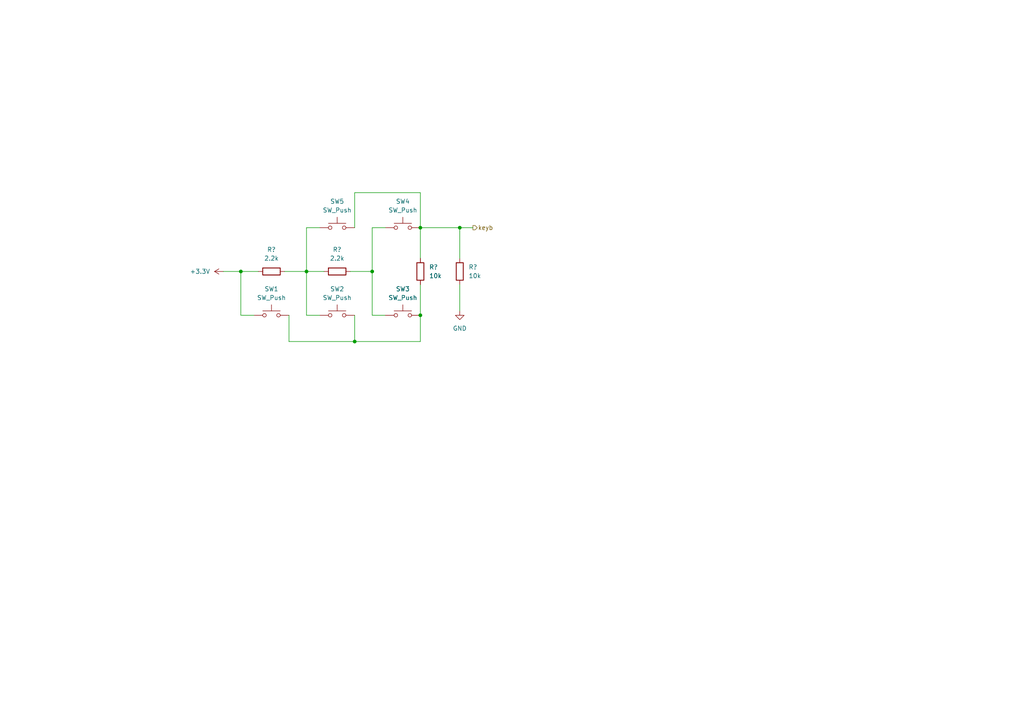
<source format=kicad_sch>
(kicad_sch (version 20230121) (generator eeschema)
  (paper "A4")
  (lib_symbols
    (symbol "Device:R" (pin_numbers hide) (pin_names (offset 0))
      (property "Reference" "R" (at 2.032 0 90))
      (property "Value" "R" (at 0 0 90))
      (symbol "R_0_1"
        (rectangle (start -1.016 -2.54) (end 1.016 2.54) (stroke (width 0.254)))
      )
      (symbol "R_1_1"
        (pin passive line (at 0 3.81 270) (length 1.27) (name "~") (number "1"))
        (pin passive line (at 0 -3.81 90) (length 1.27) (name "~") (number "2"))
      )
    )
    (symbol "Switch:SW_Push" (pin_numbers hide) (pin_names (offset 1.016) hide)
      (property "Reference" "SW" (at 1.27 2.54 0))
      (property "Value" "SW_Push" (at 0 -1.524 0))
      (symbol "SW_Push_0_1"
        (circle (center -2.032 0) (radius 0.508))
        (polyline (pts (xy 0 1.27) (xy 0 3.048)))
        (polyline (pts (xy 2.54 1.27) (xy -2.54 1.27)))
        (circle (center 2.032 0) (radius 0.508))
        (pin passive line (at -5.08 0 0) (length 2.54) (name "1") (number "1"))
        (pin passive line (at 5.08 0 180) (length 2.54) (name "2") (number "2"))
      )
    )
    (symbol "power:+3.3V" (power) (pin_names (offset 0))
      (property "Value" "+3.3V" (at 0 3.556 0))
      (symbol "+3.3V_0_1"
        (polyline (pts (xy -0.762 1.27) (xy 0 2.54)))
        (polyline (pts (xy 0 0) (xy 0 2.54)))
        (polyline (pts (xy 0 2.54) (xy 0.762 1.27)))
      )
      (symbol "+3.3V_1_1"
        (pin power_in line (at 0 0 90) (length 0) hide (name "+3.3V") (number "1"))
      )
    )
    (symbol "power:GND" (power) (pin_names (offset 0))
      (property "Value" "GND" (at 0 -3.81 0))
      (symbol "GND_0_1"
        (polyline (pts (xy 0 0) (xy 0 -1.27) (xy 1.27 -1.27) (xy 0 -2.54) (xy -1.27 -1.27) (xy 0 -1.27)))
      )
      (symbol "GND_1_1"
        (pin power_in line (at 0 0 270) (length 0) hide (name "GND") (number "1"))
      )
    )
  )
  (junction (at 102.87 99.06))
  (junction (at 121.92 91.44))
  (junction (at 107.95 78.74))
  (junction (at 88.9 78.74))
  (junction (at 121.92 66.04))
  (junction (at 133.35 66.04))
  (junction (at 69.85 78.74))
  (wire (pts (xy 133.35 66.04) (xy 133.35 74.93)))
  (wire (pts (xy 121.92 66.04) (xy 133.35 66.04)))
  (wire (pts (xy 111.76 66.04) (xy 107.95 66.04)))
  (wire (pts (xy 121.92 66.04) (xy 121.92 74.93)))
  (wire (pts (xy 69.85 78.74) (xy 69.85 91.44)))
  (wire (pts (xy 88.9 66.04) (xy 88.9 78.74)))
  (wire (pts (xy 88.9 91.44) (xy 92.71 91.44)))
  (wire (pts (xy 93.98 78.74) (xy 88.9 78.74)))
  (wire (pts (xy 121.92 82.55) (xy 121.92 91.44)))
  (wire (pts (xy 88.9 78.74) (xy 88.9 91.44)))
  (wire (pts (xy 74.93 78.74) (xy 69.85 78.74)))
  (wire (pts (xy 121.92 99.06) (xy 121.92 91.44)))
  (wire (pts (xy 107.95 66.04) (xy 107.95 78.74)))
  (wire (pts (xy 83.82 91.44) (xy 83.82 99.06)))
  (wire (pts (xy 88.9 78.74) (xy 82.55 78.74)))
  (wire (pts (xy 107.95 91.44) (xy 111.76 91.44)))
  (wire (pts (xy 107.95 78.74) (xy 107.95 91.44)))
  (wire (pts (xy 102.87 66.04) (xy 102.87 55.88)))
  (wire (pts (xy 83.82 99.06) (xy 102.87 99.06)))
  (wire (pts (xy 133.35 66.04) (xy 137.16 66.04)))
  (wire (pts (xy 102.87 55.88) (xy 121.92 55.88)))
  (wire (pts (xy 121.92 55.88) (xy 121.92 66.04)))
  (wire (pts (xy 102.87 99.06) (xy 121.92 99.06)))
  (wire (pts (xy 102.87 99.06) (xy 102.87 91.44)))
  (wire (pts (xy 69.85 91.44) (xy 73.66 91.44)))
  (wire (pts (xy 133.35 82.55) (xy 133.35 90.17)))
  (wire (pts (xy 101.6 78.74) (xy 107.95 78.74)))
  (wire (pts (xy 92.71 66.04) (xy 88.9 66.04)))
  (wire (pts (xy 69.85 78.74) (xy 64.77 78.74)))
  (hierarchical_label "keyb" (shape output) (at 137.16 66.04 0))
  (symbol (lib_id "power:GND") (at 133.35 90.17 0) (unit 1)
    (property "Reference" "#PWR040" (effects hide))
    (property "Value" "GND" (at 133.35 95.25 0))
  )
  (symbol (lib_id "Device:R") (at 121.92 78.74 180) (unit 1)
    (property "Reference" "R?" (at 124.46 77.47 0) (effects (justify right)))
    (property "Value" "10k" (at 124.46 80.01 0) (effects (justify right)))
    (instances (project "main" (path "" (reference "R?") (unit 1)) (path "" (reference "R11") (unit 1))))
  )
  (symbol (lib_id "Switch:SW_Push") (at 97.79 91.44 0) (unit 1)
    (property "Reference" "SW2" (at 97.79 83.82 0))
    (property "Value" "SW_Push" (at 97.79 86.36 0))
  )
  (symbol (lib_id "Device:R") (at 78.74 78.74 90) (unit 1)
    (property "Reference" "R?" (at 78.74 72.39 90))
    (property "Value" "2.2k" (at 78.74 74.93 90))
    (instances (project "main" (path "" (reference "R?") (unit 1)) (path "" (reference "R10") (unit 1))))
  )
  (symbol (lib_id "Switch:SW_Push") (at 116.84 66.04 0) (unit 1)
    (property "Reference" "SW4" (at 116.84 58.42 0))
    (property "Value" "SW_Push" (at 116.84 60.96 0))
  )
  (symbol (lib_id "Switch:SW_Push") (at 116.84 91.44 0) (unit 1)
    (property "Reference" "SW3" (at 116.84 83.82 0))
    (property "Value" "SW_Push" (at 116.84 86.36 0))
  )
  (symbol (lib_id "Switch:SW_Push") (at 78.74 91.44 0) (unit 1)
    (property "Reference" "SW1" (at 78.74 83.82 0))
    (property "Value" "SW_Push" (at 78.74 86.36 0))
  )
  (symbol (lib_id "power:+3.3V") (at 64.77 78.74 90) (unit 1)
    (property "Reference" "#PWR039" (effects hide))
    (property "Value" "+3.3V" (at 60.96 78.74 90) (effects (justify left)))
  )
  (symbol (lib_id "Device:R") (at 133.35 78.74 180) (unit 1)
    (property "Reference" "R?" (at 135.89 77.47 0) (effects (justify right)))
    (property "Value" "10k" (at 135.89 80.01 0) (effects (justify right)))
    (instances (project "main" (path "" (reference "R?") (unit 1)) (path "" (reference "R13") (unit 1))))
  )
  (symbol (lib_id "Switch:SW_Push") (at 97.79 66.04 0) (unit 1)
    (property "Reference" "SW5" (at 97.79 58.42 0))
    (property "Value" "SW_Push" (at 97.79 60.96 0))
  )
  (symbol (lib_id "Device:R") (at 97.79 78.74 90) (unit 1)
    (property "Reference" "R?" (at 97.79 72.39 90))
    (property "Value" "2.2k" (at 97.79 74.93 90))
    (instances (project "main" (path "" (reference "R?") (unit 1)) (path "" (reference "R12") (unit 1))))
  )
)
</source>
